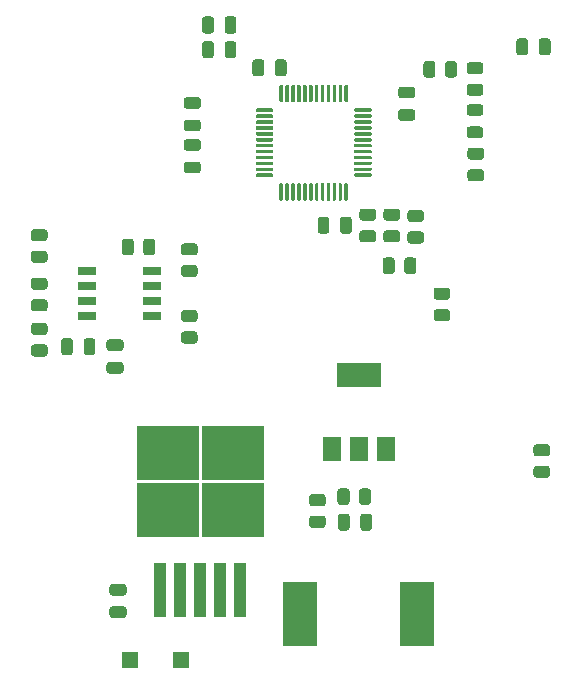
<source format=gbr>
%TF.GenerationSoftware,KiCad,Pcbnew,(5.1.12)-1*%
%TF.CreationDate,2022-08-10T11:31:23+05:30*%
%TF.ProjectId,AGV_SENSOR_PCB_2,4147565f-5345-44e5-934f-525f5043425f,rev?*%
%TF.SameCoordinates,Original*%
%TF.FileFunction,Paste,Top*%
%TF.FilePolarity,Positive*%
%FSLAX46Y46*%
G04 Gerber Fmt 4.6, Leading zero omitted, Abs format (unit mm)*
G04 Created by KiCad (PCBNEW (5.1.12)-1) date 2022-08-10 11:31:23*
%MOMM*%
%LPD*%
G01*
G04 APERTURE LIST*
%ADD10R,1.440000X1.480000*%
%ADD11R,1.525000X0.650000*%
%ADD12R,2.900000X5.400000*%
%ADD13R,1.100000X4.600000*%
%ADD14R,5.250000X4.550000*%
%ADD15R,3.800000X2.000000*%
%ADD16R,1.500000X2.000000*%
G04 APERTURE END LIST*
%TO.C,U1*%
G36*
G01*
X160200000Y-77589000D02*
X160200000Y-77439000D01*
G75*
G02*
X160275000Y-77364000I75000J0D01*
G01*
X161600000Y-77364000D01*
G75*
G02*
X161675000Y-77439000I0J-75000D01*
G01*
X161675000Y-77589000D01*
G75*
G02*
X161600000Y-77664000I-75000J0D01*
G01*
X160275000Y-77664000D01*
G75*
G02*
X160200000Y-77589000I0J75000D01*
G01*
G37*
G36*
G01*
X160200000Y-78089000D02*
X160200000Y-77939000D01*
G75*
G02*
X160275000Y-77864000I75000J0D01*
G01*
X161600000Y-77864000D01*
G75*
G02*
X161675000Y-77939000I0J-75000D01*
G01*
X161675000Y-78089000D01*
G75*
G02*
X161600000Y-78164000I-75000J0D01*
G01*
X160275000Y-78164000D01*
G75*
G02*
X160200000Y-78089000I0J75000D01*
G01*
G37*
G36*
G01*
X160200000Y-78589000D02*
X160200000Y-78439000D01*
G75*
G02*
X160275000Y-78364000I75000J0D01*
G01*
X161600000Y-78364000D01*
G75*
G02*
X161675000Y-78439000I0J-75000D01*
G01*
X161675000Y-78589000D01*
G75*
G02*
X161600000Y-78664000I-75000J0D01*
G01*
X160275000Y-78664000D01*
G75*
G02*
X160200000Y-78589000I0J75000D01*
G01*
G37*
G36*
G01*
X160200000Y-79089000D02*
X160200000Y-78939000D01*
G75*
G02*
X160275000Y-78864000I75000J0D01*
G01*
X161600000Y-78864000D01*
G75*
G02*
X161675000Y-78939000I0J-75000D01*
G01*
X161675000Y-79089000D01*
G75*
G02*
X161600000Y-79164000I-75000J0D01*
G01*
X160275000Y-79164000D01*
G75*
G02*
X160200000Y-79089000I0J75000D01*
G01*
G37*
G36*
G01*
X160200000Y-79589000D02*
X160200000Y-79439000D01*
G75*
G02*
X160275000Y-79364000I75000J0D01*
G01*
X161600000Y-79364000D01*
G75*
G02*
X161675000Y-79439000I0J-75000D01*
G01*
X161675000Y-79589000D01*
G75*
G02*
X161600000Y-79664000I-75000J0D01*
G01*
X160275000Y-79664000D01*
G75*
G02*
X160200000Y-79589000I0J75000D01*
G01*
G37*
G36*
G01*
X160200000Y-80089000D02*
X160200000Y-79939000D01*
G75*
G02*
X160275000Y-79864000I75000J0D01*
G01*
X161600000Y-79864000D01*
G75*
G02*
X161675000Y-79939000I0J-75000D01*
G01*
X161675000Y-80089000D01*
G75*
G02*
X161600000Y-80164000I-75000J0D01*
G01*
X160275000Y-80164000D01*
G75*
G02*
X160200000Y-80089000I0J75000D01*
G01*
G37*
G36*
G01*
X160200000Y-80589000D02*
X160200000Y-80439000D01*
G75*
G02*
X160275000Y-80364000I75000J0D01*
G01*
X161600000Y-80364000D01*
G75*
G02*
X161675000Y-80439000I0J-75000D01*
G01*
X161675000Y-80589000D01*
G75*
G02*
X161600000Y-80664000I-75000J0D01*
G01*
X160275000Y-80664000D01*
G75*
G02*
X160200000Y-80589000I0J75000D01*
G01*
G37*
G36*
G01*
X160200000Y-81089000D02*
X160200000Y-80939000D01*
G75*
G02*
X160275000Y-80864000I75000J0D01*
G01*
X161600000Y-80864000D01*
G75*
G02*
X161675000Y-80939000I0J-75000D01*
G01*
X161675000Y-81089000D01*
G75*
G02*
X161600000Y-81164000I-75000J0D01*
G01*
X160275000Y-81164000D01*
G75*
G02*
X160200000Y-81089000I0J75000D01*
G01*
G37*
G36*
G01*
X160200000Y-81589000D02*
X160200000Y-81439000D01*
G75*
G02*
X160275000Y-81364000I75000J0D01*
G01*
X161600000Y-81364000D01*
G75*
G02*
X161675000Y-81439000I0J-75000D01*
G01*
X161675000Y-81589000D01*
G75*
G02*
X161600000Y-81664000I-75000J0D01*
G01*
X160275000Y-81664000D01*
G75*
G02*
X160200000Y-81589000I0J75000D01*
G01*
G37*
G36*
G01*
X160200000Y-82089000D02*
X160200000Y-81939000D01*
G75*
G02*
X160275000Y-81864000I75000J0D01*
G01*
X161600000Y-81864000D01*
G75*
G02*
X161675000Y-81939000I0J-75000D01*
G01*
X161675000Y-82089000D01*
G75*
G02*
X161600000Y-82164000I-75000J0D01*
G01*
X160275000Y-82164000D01*
G75*
G02*
X160200000Y-82089000I0J75000D01*
G01*
G37*
G36*
G01*
X160200000Y-82589000D02*
X160200000Y-82439000D01*
G75*
G02*
X160275000Y-82364000I75000J0D01*
G01*
X161600000Y-82364000D01*
G75*
G02*
X161675000Y-82439000I0J-75000D01*
G01*
X161675000Y-82589000D01*
G75*
G02*
X161600000Y-82664000I-75000J0D01*
G01*
X160275000Y-82664000D01*
G75*
G02*
X160200000Y-82589000I0J75000D01*
G01*
G37*
G36*
G01*
X160200000Y-83089000D02*
X160200000Y-82939000D01*
G75*
G02*
X160275000Y-82864000I75000J0D01*
G01*
X161600000Y-82864000D01*
G75*
G02*
X161675000Y-82939000I0J-75000D01*
G01*
X161675000Y-83089000D01*
G75*
G02*
X161600000Y-83164000I-75000J0D01*
G01*
X160275000Y-83164000D01*
G75*
G02*
X160200000Y-83089000I0J75000D01*
G01*
G37*
G36*
G01*
X162200000Y-85089000D02*
X162200000Y-83764000D01*
G75*
G02*
X162275000Y-83689000I75000J0D01*
G01*
X162425000Y-83689000D01*
G75*
G02*
X162500000Y-83764000I0J-75000D01*
G01*
X162500000Y-85089000D01*
G75*
G02*
X162425000Y-85164000I-75000J0D01*
G01*
X162275000Y-85164000D01*
G75*
G02*
X162200000Y-85089000I0J75000D01*
G01*
G37*
G36*
G01*
X162700000Y-85089000D02*
X162700000Y-83764000D01*
G75*
G02*
X162775000Y-83689000I75000J0D01*
G01*
X162925000Y-83689000D01*
G75*
G02*
X163000000Y-83764000I0J-75000D01*
G01*
X163000000Y-85089000D01*
G75*
G02*
X162925000Y-85164000I-75000J0D01*
G01*
X162775000Y-85164000D01*
G75*
G02*
X162700000Y-85089000I0J75000D01*
G01*
G37*
G36*
G01*
X163200000Y-85089000D02*
X163200000Y-83764000D01*
G75*
G02*
X163275000Y-83689000I75000J0D01*
G01*
X163425000Y-83689000D01*
G75*
G02*
X163500000Y-83764000I0J-75000D01*
G01*
X163500000Y-85089000D01*
G75*
G02*
X163425000Y-85164000I-75000J0D01*
G01*
X163275000Y-85164000D01*
G75*
G02*
X163200000Y-85089000I0J75000D01*
G01*
G37*
G36*
G01*
X163700000Y-85089000D02*
X163700000Y-83764000D01*
G75*
G02*
X163775000Y-83689000I75000J0D01*
G01*
X163925000Y-83689000D01*
G75*
G02*
X164000000Y-83764000I0J-75000D01*
G01*
X164000000Y-85089000D01*
G75*
G02*
X163925000Y-85164000I-75000J0D01*
G01*
X163775000Y-85164000D01*
G75*
G02*
X163700000Y-85089000I0J75000D01*
G01*
G37*
G36*
G01*
X164200000Y-85089000D02*
X164200000Y-83764000D01*
G75*
G02*
X164275000Y-83689000I75000J0D01*
G01*
X164425000Y-83689000D01*
G75*
G02*
X164500000Y-83764000I0J-75000D01*
G01*
X164500000Y-85089000D01*
G75*
G02*
X164425000Y-85164000I-75000J0D01*
G01*
X164275000Y-85164000D01*
G75*
G02*
X164200000Y-85089000I0J75000D01*
G01*
G37*
G36*
G01*
X164700000Y-85089000D02*
X164700000Y-83764000D01*
G75*
G02*
X164775000Y-83689000I75000J0D01*
G01*
X164925000Y-83689000D01*
G75*
G02*
X165000000Y-83764000I0J-75000D01*
G01*
X165000000Y-85089000D01*
G75*
G02*
X164925000Y-85164000I-75000J0D01*
G01*
X164775000Y-85164000D01*
G75*
G02*
X164700000Y-85089000I0J75000D01*
G01*
G37*
G36*
G01*
X165200000Y-85089000D02*
X165200000Y-83764000D01*
G75*
G02*
X165275000Y-83689000I75000J0D01*
G01*
X165425000Y-83689000D01*
G75*
G02*
X165500000Y-83764000I0J-75000D01*
G01*
X165500000Y-85089000D01*
G75*
G02*
X165425000Y-85164000I-75000J0D01*
G01*
X165275000Y-85164000D01*
G75*
G02*
X165200000Y-85089000I0J75000D01*
G01*
G37*
G36*
G01*
X165700000Y-85089000D02*
X165700000Y-83764000D01*
G75*
G02*
X165775000Y-83689000I75000J0D01*
G01*
X165925000Y-83689000D01*
G75*
G02*
X166000000Y-83764000I0J-75000D01*
G01*
X166000000Y-85089000D01*
G75*
G02*
X165925000Y-85164000I-75000J0D01*
G01*
X165775000Y-85164000D01*
G75*
G02*
X165700000Y-85089000I0J75000D01*
G01*
G37*
G36*
G01*
X166200000Y-85089000D02*
X166200000Y-83764000D01*
G75*
G02*
X166275000Y-83689000I75000J0D01*
G01*
X166425000Y-83689000D01*
G75*
G02*
X166500000Y-83764000I0J-75000D01*
G01*
X166500000Y-85089000D01*
G75*
G02*
X166425000Y-85164000I-75000J0D01*
G01*
X166275000Y-85164000D01*
G75*
G02*
X166200000Y-85089000I0J75000D01*
G01*
G37*
G36*
G01*
X166700000Y-85089000D02*
X166700000Y-83764000D01*
G75*
G02*
X166775000Y-83689000I75000J0D01*
G01*
X166925000Y-83689000D01*
G75*
G02*
X167000000Y-83764000I0J-75000D01*
G01*
X167000000Y-85089000D01*
G75*
G02*
X166925000Y-85164000I-75000J0D01*
G01*
X166775000Y-85164000D01*
G75*
G02*
X166700000Y-85089000I0J75000D01*
G01*
G37*
G36*
G01*
X167200000Y-85089000D02*
X167200000Y-83764000D01*
G75*
G02*
X167275000Y-83689000I75000J0D01*
G01*
X167425000Y-83689000D01*
G75*
G02*
X167500000Y-83764000I0J-75000D01*
G01*
X167500000Y-85089000D01*
G75*
G02*
X167425000Y-85164000I-75000J0D01*
G01*
X167275000Y-85164000D01*
G75*
G02*
X167200000Y-85089000I0J75000D01*
G01*
G37*
G36*
G01*
X167700000Y-85089000D02*
X167700000Y-83764000D01*
G75*
G02*
X167775000Y-83689000I75000J0D01*
G01*
X167925000Y-83689000D01*
G75*
G02*
X168000000Y-83764000I0J-75000D01*
G01*
X168000000Y-85089000D01*
G75*
G02*
X167925000Y-85164000I-75000J0D01*
G01*
X167775000Y-85164000D01*
G75*
G02*
X167700000Y-85089000I0J75000D01*
G01*
G37*
G36*
G01*
X168525000Y-83089000D02*
X168525000Y-82939000D01*
G75*
G02*
X168600000Y-82864000I75000J0D01*
G01*
X169925000Y-82864000D01*
G75*
G02*
X170000000Y-82939000I0J-75000D01*
G01*
X170000000Y-83089000D01*
G75*
G02*
X169925000Y-83164000I-75000J0D01*
G01*
X168600000Y-83164000D01*
G75*
G02*
X168525000Y-83089000I0J75000D01*
G01*
G37*
G36*
G01*
X168525000Y-82589000D02*
X168525000Y-82439000D01*
G75*
G02*
X168600000Y-82364000I75000J0D01*
G01*
X169925000Y-82364000D01*
G75*
G02*
X170000000Y-82439000I0J-75000D01*
G01*
X170000000Y-82589000D01*
G75*
G02*
X169925000Y-82664000I-75000J0D01*
G01*
X168600000Y-82664000D01*
G75*
G02*
X168525000Y-82589000I0J75000D01*
G01*
G37*
G36*
G01*
X168525000Y-82089000D02*
X168525000Y-81939000D01*
G75*
G02*
X168600000Y-81864000I75000J0D01*
G01*
X169925000Y-81864000D01*
G75*
G02*
X170000000Y-81939000I0J-75000D01*
G01*
X170000000Y-82089000D01*
G75*
G02*
X169925000Y-82164000I-75000J0D01*
G01*
X168600000Y-82164000D01*
G75*
G02*
X168525000Y-82089000I0J75000D01*
G01*
G37*
G36*
G01*
X168525000Y-81589000D02*
X168525000Y-81439000D01*
G75*
G02*
X168600000Y-81364000I75000J0D01*
G01*
X169925000Y-81364000D01*
G75*
G02*
X170000000Y-81439000I0J-75000D01*
G01*
X170000000Y-81589000D01*
G75*
G02*
X169925000Y-81664000I-75000J0D01*
G01*
X168600000Y-81664000D01*
G75*
G02*
X168525000Y-81589000I0J75000D01*
G01*
G37*
G36*
G01*
X168525000Y-81089000D02*
X168525000Y-80939000D01*
G75*
G02*
X168600000Y-80864000I75000J0D01*
G01*
X169925000Y-80864000D01*
G75*
G02*
X170000000Y-80939000I0J-75000D01*
G01*
X170000000Y-81089000D01*
G75*
G02*
X169925000Y-81164000I-75000J0D01*
G01*
X168600000Y-81164000D01*
G75*
G02*
X168525000Y-81089000I0J75000D01*
G01*
G37*
G36*
G01*
X168525000Y-80589000D02*
X168525000Y-80439000D01*
G75*
G02*
X168600000Y-80364000I75000J0D01*
G01*
X169925000Y-80364000D01*
G75*
G02*
X170000000Y-80439000I0J-75000D01*
G01*
X170000000Y-80589000D01*
G75*
G02*
X169925000Y-80664000I-75000J0D01*
G01*
X168600000Y-80664000D01*
G75*
G02*
X168525000Y-80589000I0J75000D01*
G01*
G37*
G36*
G01*
X168525000Y-80089000D02*
X168525000Y-79939000D01*
G75*
G02*
X168600000Y-79864000I75000J0D01*
G01*
X169925000Y-79864000D01*
G75*
G02*
X170000000Y-79939000I0J-75000D01*
G01*
X170000000Y-80089000D01*
G75*
G02*
X169925000Y-80164000I-75000J0D01*
G01*
X168600000Y-80164000D01*
G75*
G02*
X168525000Y-80089000I0J75000D01*
G01*
G37*
G36*
G01*
X168525000Y-79589000D02*
X168525000Y-79439000D01*
G75*
G02*
X168600000Y-79364000I75000J0D01*
G01*
X169925000Y-79364000D01*
G75*
G02*
X170000000Y-79439000I0J-75000D01*
G01*
X170000000Y-79589000D01*
G75*
G02*
X169925000Y-79664000I-75000J0D01*
G01*
X168600000Y-79664000D01*
G75*
G02*
X168525000Y-79589000I0J75000D01*
G01*
G37*
G36*
G01*
X168525000Y-79089000D02*
X168525000Y-78939000D01*
G75*
G02*
X168600000Y-78864000I75000J0D01*
G01*
X169925000Y-78864000D01*
G75*
G02*
X170000000Y-78939000I0J-75000D01*
G01*
X170000000Y-79089000D01*
G75*
G02*
X169925000Y-79164000I-75000J0D01*
G01*
X168600000Y-79164000D01*
G75*
G02*
X168525000Y-79089000I0J75000D01*
G01*
G37*
G36*
G01*
X168525000Y-78589000D02*
X168525000Y-78439000D01*
G75*
G02*
X168600000Y-78364000I75000J0D01*
G01*
X169925000Y-78364000D01*
G75*
G02*
X170000000Y-78439000I0J-75000D01*
G01*
X170000000Y-78589000D01*
G75*
G02*
X169925000Y-78664000I-75000J0D01*
G01*
X168600000Y-78664000D01*
G75*
G02*
X168525000Y-78589000I0J75000D01*
G01*
G37*
G36*
G01*
X168525000Y-78089000D02*
X168525000Y-77939000D01*
G75*
G02*
X168600000Y-77864000I75000J0D01*
G01*
X169925000Y-77864000D01*
G75*
G02*
X170000000Y-77939000I0J-75000D01*
G01*
X170000000Y-78089000D01*
G75*
G02*
X169925000Y-78164000I-75000J0D01*
G01*
X168600000Y-78164000D01*
G75*
G02*
X168525000Y-78089000I0J75000D01*
G01*
G37*
G36*
G01*
X168525000Y-77589000D02*
X168525000Y-77439000D01*
G75*
G02*
X168600000Y-77364000I75000J0D01*
G01*
X169925000Y-77364000D01*
G75*
G02*
X170000000Y-77439000I0J-75000D01*
G01*
X170000000Y-77589000D01*
G75*
G02*
X169925000Y-77664000I-75000J0D01*
G01*
X168600000Y-77664000D01*
G75*
G02*
X168525000Y-77589000I0J75000D01*
G01*
G37*
G36*
G01*
X167700000Y-76764000D02*
X167700000Y-75439000D01*
G75*
G02*
X167775000Y-75364000I75000J0D01*
G01*
X167925000Y-75364000D01*
G75*
G02*
X168000000Y-75439000I0J-75000D01*
G01*
X168000000Y-76764000D01*
G75*
G02*
X167925000Y-76839000I-75000J0D01*
G01*
X167775000Y-76839000D01*
G75*
G02*
X167700000Y-76764000I0J75000D01*
G01*
G37*
G36*
G01*
X167200000Y-76764000D02*
X167200000Y-75439000D01*
G75*
G02*
X167275000Y-75364000I75000J0D01*
G01*
X167425000Y-75364000D01*
G75*
G02*
X167500000Y-75439000I0J-75000D01*
G01*
X167500000Y-76764000D01*
G75*
G02*
X167425000Y-76839000I-75000J0D01*
G01*
X167275000Y-76839000D01*
G75*
G02*
X167200000Y-76764000I0J75000D01*
G01*
G37*
G36*
G01*
X166700000Y-76764000D02*
X166700000Y-75439000D01*
G75*
G02*
X166775000Y-75364000I75000J0D01*
G01*
X166925000Y-75364000D01*
G75*
G02*
X167000000Y-75439000I0J-75000D01*
G01*
X167000000Y-76764000D01*
G75*
G02*
X166925000Y-76839000I-75000J0D01*
G01*
X166775000Y-76839000D01*
G75*
G02*
X166700000Y-76764000I0J75000D01*
G01*
G37*
G36*
G01*
X166200000Y-76764000D02*
X166200000Y-75439000D01*
G75*
G02*
X166275000Y-75364000I75000J0D01*
G01*
X166425000Y-75364000D01*
G75*
G02*
X166500000Y-75439000I0J-75000D01*
G01*
X166500000Y-76764000D01*
G75*
G02*
X166425000Y-76839000I-75000J0D01*
G01*
X166275000Y-76839000D01*
G75*
G02*
X166200000Y-76764000I0J75000D01*
G01*
G37*
G36*
G01*
X165700000Y-76764000D02*
X165700000Y-75439000D01*
G75*
G02*
X165775000Y-75364000I75000J0D01*
G01*
X165925000Y-75364000D01*
G75*
G02*
X166000000Y-75439000I0J-75000D01*
G01*
X166000000Y-76764000D01*
G75*
G02*
X165925000Y-76839000I-75000J0D01*
G01*
X165775000Y-76839000D01*
G75*
G02*
X165700000Y-76764000I0J75000D01*
G01*
G37*
G36*
G01*
X165200000Y-76764000D02*
X165200000Y-75439000D01*
G75*
G02*
X165275000Y-75364000I75000J0D01*
G01*
X165425000Y-75364000D01*
G75*
G02*
X165500000Y-75439000I0J-75000D01*
G01*
X165500000Y-76764000D01*
G75*
G02*
X165425000Y-76839000I-75000J0D01*
G01*
X165275000Y-76839000D01*
G75*
G02*
X165200000Y-76764000I0J75000D01*
G01*
G37*
G36*
G01*
X164700000Y-76764000D02*
X164700000Y-75439000D01*
G75*
G02*
X164775000Y-75364000I75000J0D01*
G01*
X164925000Y-75364000D01*
G75*
G02*
X165000000Y-75439000I0J-75000D01*
G01*
X165000000Y-76764000D01*
G75*
G02*
X164925000Y-76839000I-75000J0D01*
G01*
X164775000Y-76839000D01*
G75*
G02*
X164700000Y-76764000I0J75000D01*
G01*
G37*
G36*
G01*
X164200000Y-76764000D02*
X164200000Y-75439000D01*
G75*
G02*
X164275000Y-75364000I75000J0D01*
G01*
X164425000Y-75364000D01*
G75*
G02*
X164500000Y-75439000I0J-75000D01*
G01*
X164500000Y-76764000D01*
G75*
G02*
X164425000Y-76839000I-75000J0D01*
G01*
X164275000Y-76839000D01*
G75*
G02*
X164200000Y-76764000I0J75000D01*
G01*
G37*
G36*
G01*
X163700000Y-76764000D02*
X163700000Y-75439000D01*
G75*
G02*
X163775000Y-75364000I75000J0D01*
G01*
X163925000Y-75364000D01*
G75*
G02*
X164000000Y-75439000I0J-75000D01*
G01*
X164000000Y-76764000D01*
G75*
G02*
X163925000Y-76839000I-75000J0D01*
G01*
X163775000Y-76839000D01*
G75*
G02*
X163700000Y-76764000I0J75000D01*
G01*
G37*
G36*
G01*
X163200000Y-76764000D02*
X163200000Y-75439000D01*
G75*
G02*
X163275000Y-75364000I75000J0D01*
G01*
X163425000Y-75364000D01*
G75*
G02*
X163500000Y-75439000I0J-75000D01*
G01*
X163500000Y-76764000D01*
G75*
G02*
X163425000Y-76839000I-75000J0D01*
G01*
X163275000Y-76839000D01*
G75*
G02*
X163200000Y-76764000I0J75000D01*
G01*
G37*
G36*
G01*
X162700000Y-76764000D02*
X162700000Y-75439000D01*
G75*
G02*
X162775000Y-75364000I75000J0D01*
G01*
X162925000Y-75364000D01*
G75*
G02*
X163000000Y-75439000I0J-75000D01*
G01*
X163000000Y-76764000D01*
G75*
G02*
X162925000Y-76839000I-75000J0D01*
G01*
X162775000Y-76839000D01*
G75*
G02*
X162700000Y-76764000I0J75000D01*
G01*
G37*
G36*
G01*
X162200000Y-76764000D02*
X162200000Y-75439000D01*
G75*
G02*
X162275000Y-75364000I75000J0D01*
G01*
X162425000Y-75364000D01*
G75*
G02*
X162500000Y-75439000I0J-75000D01*
G01*
X162500000Y-76764000D01*
G75*
G02*
X162425000Y-76839000I-75000J0D01*
G01*
X162275000Y-76839000D01*
G75*
G02*
X162200000Y-76764000I0J75000D01*
G01*
G37*
%TD*%
%TO.C,C1*%
G36*
G01*
X154338000Y-76401000D02*
X155288000Y-76401000D01*
G75*
G02*
X155538000Y-76651000I0J-250000D01*
G01*
X155538000Y-77151000D01*
G75*
G02*
X155288000Y-77401000I-250000J0D01*
G01*
X154338000Y-77401000D01*
G75*
G02*
X154088000Y-77151000I0J250000D01*
G01*
X154088000Y-76651000D01*
G75*
G02*
X154338000Y-76401000I250000J0D01*
G01*
G37*
G36*
G01*
X154338000Y-78301000D02*
X155288000Y-78301000D01*
G75*
G02*
X155538000Y-78551000I0J-250000D01*
G01*
X155538000Y-79051000D01*
G75*
G02*
X155288000Y-79301000I-250000J0D01*
G01*
X154338000Y-79301000D01*
G75*
G02*
X154088000Y-79051000I0J250000D01*
G01*
X154088000Y-78551000D01*
G75*
G02*
X154338000Y-78301000I250000J0D01*
G01*
G37*
%TD*%
%TO.C,C2*%
G36*
G01*
X155288000Y-80957000D02*
X154338000Y-80957000D01*
G75*
G02*
X154088000Y-80707000I0J250000D01*
G01*
X154088000Y-80207000D01*
G75*
G02*
X154338000Y-79957000I250000J0D01*
G01*
X155288000Y-79957000D01*
G75*
G02*
X155538000Y-80207000I0J-250000D01*
G01*
X155538000Y-80707000D01*
G75*
G02*
X155288000Y-80957000I-250000J0D01*
G01*
G37*
G36*
G01*
X155288000Y-82857000D02*
X154338000Y-82857000D01*
G75*
G02*
X154088000Y-82607000I0J250000D01*
G01*
X154088000Y-82107000D01*
G75*
G02*
X154338000Y-81857000I250000J0D01*
G01*
X155288000Y-81857000D01*
G75*
G02*
X155538000Y-82107000I0J-250000D01*
G01*
X155538000Y-82607000D01*
G75*
G02*
X155288000Y-82857000I-250000J0D01*
G01*
G37*
%TD*%
%TO.C,C3*%
G36*
G01*
X155646500Y-72865000D02*
X155646500Y-71915000D01*
G75*
G02*
X155896500Y-71665000I250000J0D01*
G01*
X156396500Y-71665000D01*
G75*
G02*
X156646500Y-71915000I0J-250000D01*
G01*
X156646500Y-72865000D01*
G75*
G02*
X156396500Y-73115000I-250000J0D01*
G01*
X155896500Y-73115000D01*
G75*
G02*
X155646500Y-72865000I0J250000D01*
G01*
G37*
G36*
G01*
X157546500Y-72865000D02*
X157546500Y-71915000D01*
G75*
G02*
X157796500Y-71665000I250000J0D01*
G01*
X158296500Y-71665000D01*
G75*
G02*
X158546500Y-71915000I0J-250000D01*
G01*
X158546500Y-72865000D01*
G75*
G02*
X158296500Y-73115000I-250000J0D01*
G01*
X157796500Y-73115000D01*
G75*
G02*
X157546500Y-72865000I0J250000D01*
G01*
G37*
%TD*%
%TO.C,C4*%
G36*
G01*
X162806000Y-73439000D02*
X162806000Y-74389000D01*
G75*
G02*
X162556000Y-74639000I-250000J0D01*
G01*
X162056000Y-74639000D01*
G75*
G02*
X161806000Y-74389000I0J250000D01*
G01*
X161806000Y-73439000D01*
G75*
G02*
X162056000Y-73189000I250000J0D01*
G01*
X162556000Y-73189000D01*
G75*
G02*
X162806000Y-73439000I0J-250000D01*
G01*
G37*
G36*
G01*
X160906000Y-73439000D02*
X160906000Y-74389000D01*
G75*
G02*
X160656000Y-74639000I-250000J0D01*
G01*
X160156000Y-74639000D01*
G75*
G02*
X159906000Y-74389000I0J250000D01*
G01*
X159906000Y-73439000D01*
G75*
G02*
X160156000Y-73189000I250000J0D01*
G01*
X160656000Y-73189000D01*
G75*
G02*
X160906000Y-73439000I0J-250000D01*
G01*
G37*
%TD*%
%TO.C,C5*%
G36*
G01*
X166425500Y-86774000D02*
X166425500Y-87724000D01*
G75*
G02*
X166175500Y-87974000I-250000J0D01*
G01*
X165675500Y-87974000D01*
G75*
G02*
X165425500Y-87724000I0J250000D01*
G01*
X165425500Y-86774000D01*
G75*
G02*
X165675500Y-86524000I250000J0D01*
G01*
X166175500Y-86524000D01*
G75*
G02*
X166425500Y-86774000I0J-250000D01*
G01*
G37*
G36*
G01*
X168325500Y-86774000D02*
X168325500Y-87724000D01*
G75*
G02*
X168075500Y-87974000I-250000J0D01*
G01*
X167575500Y-87974000D01*
G75*
G02*
X167325500Y-87724000I0J250000D01*
G01*
X167325500Y-86774000D01*
G75*
G02*
X167575500Y-86524000I250000J0D01*
G01*
X168075500Y-86524000D01*
G75*
G02*
X168325500Y-86774000I0J-250000D01*
G01*
G37*
%TD*%
%TO.C,C6*%
G36*
G01*
X172499000Y-75512000D02*
X173449000Y-75512000D01*
G75*
G02*
X173699000Y-75762000I0J-250000D01*
G01*
X173699000Y-76262000D01*
G75*
G02*
X173449000Y-76512000I-250000J0D01*
G01*
X172499000Y-76512000D01*
G75*
G02*
X172249000Y-76262000I0J250000D01*
G01*
X172249000Y-75762000D01*
G75*
G02*
X172499000Y-75512000I250000J0D01*
G01*
G37*
G36*
G01*
X172499000Y-77412000D02*
X173449000Y-77412000D01*
G75*
G02*
X173699000Y-77662000I0J-250000D01*
G01*
X173699000Y-78162000D01*
G75*
G02*
X173449000Y-78412000I-250000J0D01*
G01*
X172499000Y-78412000D01*
G75*
G02*
X172249000Y-78162000I0J250000D01*
G01*
X172249000Y-77662000D01*
G75*
G02*
X172499000Y-77412000I250000J0D01*
G01*
G37*
%TD*%
%TO.C,C7*%
G36*
G01*
X184153000Y-72611000D02*
X184153000Y-71661000D01*
G75*
G02*
X184403000Y-71411000I250000J0D01*
G01*
X184903000Y-71411000D01*
G75*
G02*
X185153000Y-71661000I0J-250000D01*
G01*
X185153000Y-72611000D01*
G75*
G02*
X184903000Y-72861000I-250000J0D01*
G01*
X184403000Y-72861000D01*
G75*
G02*
X184153000Y-72611000I0J250000D01*
G01*
G37*
G36*
G01*
X182253000Y-72611000D02*
X182253000Y-71661000D01*
G75*
G02*
X182503000Y-71411000I250000J0D01*
G01*
X183003000Y-71411000D01*
G75*
G02*
X183253000Y-71661000I0J-250000D01*
G01*
X183253000Y-72611000D01*
G75*
G02*
X183003000Y-72861000I-250000J0D01*
G01*
X182503000Y-72861000D01*
G75*
G02*
X182253000Y-72611000I0J250000D01*
G01*
G37*
%TD*%
%TO.C,C8*%
G36*
G01*
X157549000Y-70769500D02*
X157549000Y-69819500D01*
G75*
G02*
X157799000Y-69569500I250000J0D01*
G01*
X158299000Y-69569500D01*
G75*
G02*
X158549000Y-69819500I0J-250000D01*
G01*
X158549000Y-70769500D01*
G75*
G02*
X158299000Y-71019500I-250000J0D01*
G01*
X157799000Y-71019500D01*
G75*
G02*
X157549000Y-70769500I0J250000D01*
G01*
G37*
G36*
G01*
X155649000Y-70769500D02*
X155649000Y-69819500D01*
G75*
G02*
X155899000Y-69569500I250000J0D01*
G01*
X156399000Y-69569500D01*
G75*
G02*
X156649000Y-69819500I0J-250000D01*
G01*
X156649000Y-70769500D01*
G75*
G02*
X156399000Y-71019500I-250000J0D01*
G01*
X155899000Y-71019500D01*
G75*
G02*
X155649000Y-70769500I0J250000D01*
G01*
G37*
%TD*%
%TO.C,C9*%
G36*
G01*
X169040000Y-112870000D02*
X169040000Y-111920000D01*
G75*
G02*
X169290000Y-111670000I250000J0D01*
G01*
X169790000Y-111670000D01*
G75*
G02*
X170040000Y-111920000I0J-250000D01*
G01*
X170040000Y-112870000D01*
G75*
G02*
X169790000Y-113120000I-250000J0D01*
G01*
X169290000Y-113120000D01*
G75*
G02*
X169040000Y-112870000I0J250000D01*
G01*
G37*
G36*
G01*
X167140000Y-112870000D02*
X167140000Y-111920000D01*
G75*
G02*
X167390000Y-111670000I250000J0D01*
G01*
X167890000Y-111670000D01*
G75*
G02*
X168140000Y-111920000I0J-250000D01*
G01*
X168140000Y-112870000D01*
G75*
G02*
X167890000Y-113120000I-250000J0D01*
G01*
X167390000Y-113120000D01*
G75*
G02*
X167140000Y-112870000I0J250000D01*
G01*
G37*
%TD*%
%TO.C,C11*%
G36*
G01*
X148051500Y-119515000D02*
X149001500Y-119515000D01*
G75*
G02*
X149251500Y-119765000I0J-250000D01*
G01*
X149251500Y-120265000D01*
G75*
G02*
X149001500Y-120515000I-250000J0D01*
G01*
X148051500Y-120515000D01*
G75*
G02*
X147801500Y-120265000I0J250000D01*
G01*
X147801500Y-119765000D01*
G75*
G02*
X148051500Y-119515000I250000J0D01*
G01*
G37*
G36*
G01*
X148051500Y-117615000D02*
X149001500Y-117615000D01*
G75*
G02*
X149251500Y-117865000I0J-250000D01*
G01*
X149251500Y-118365000D01*
G75*
G02*
X149001500Y-118615000I-250000J0D01*
G01*
X148051500Y-118615000D01*
G75*
G02*
X147801500Y-118365000I0J250000D01*
G01*
X147801500Y-117865000D01*
G75*
G02*
X148051500Y-117615000I250000J0D01*
G01*
G37*
%TD*%
%TO.C,C14*%
G36*
G01*
X146608500Y-97061000D02*
X146608500Y-98011000D01*
G75*
G02*
X146358500Y-98261000I-250000J0D01*
G01*
X145858500Y-98261000D01*
G75*
G02*
X145608500Y-98011000I0J250000D01*
G01*
X145608500Y-97061000D01*
G75*
G02*
X145858500Y-96811000I250000J0D01*
G01*
X146358500Y-96811000D01*
G75*
G02*
X146608500Y-97061000I0J-250000D01*
G01*
G37*
G36*
G01*
X144708500Y-97061000D02*
X144708500Y-98011000D01*
G75*
G02*
X144458500Y-98261000I-250000J0D01*
G01*
X143958500Y-98261000D01*
G75*
G02*
X143708500Y-98011000I0J250000D01*
G01*
X143708500Y-97061000D01*
G75*
G02*
X143958500Y-96811000I250000J0D01*
G01*
X144458500Y-96811000D01*
G75*
G02*
X144708500Y-97061000I0J-250000D01*
G01*
G37*
%TD*%
%TO.C,C15*%
G36*
G01*
X147797500Y-96914000D02*
X148747500Y-96914000D01*
G75*
G02*
X148997500Y-97164000I0J-250000D01*
G01*
X148997500Y-97664000D01*
G75*
G02*
X148747500Y-97914000I-250000J0D01*
G01*
X147797500Y-97914000D01*
G75*
G02*
X147547500Y-97664000I0J250000D01*
G01*
X147547500Y-97164000D01*
G75*
G02*
X147797500Y-96914000I250000J0D01*
G01*
G37*
G36*
G01*
X147797500Y-98814000D02*
X148747500Y-98814000D01*
G75*
G02*
X148997500Y-99064000I0J-250000D01*
G01*
X148997500Y-99564000D01*
G75*
G02*
X148747500Y-99814000I-250000J0D01*
G01*
X147797500Y-99814000D01*
G75*
G02*
X147547500Y-99564000I0J250000D01*
G01*
X147547500Y-99064000D01*
G75*
G02*
X147797500Y-98814000I250000J0D01*
G01*
G37*
%TD*%
D10*
%TO.C,D1*%
X149549200Y-124053600D03*
X153879200Y-124053600D03*
%TD*%
%TO.C,D2*%
G36*
G01*
X179208750Y-79862500D02*
X178296250Y-79862500D01*
G75*
G02*
X178052500Y-79618750I0J243750D01*
G01*
X178052500Y-79131250D01*
G75*
G02*
X178296250Y-78887500I243750J0D01*
G01*
X179208750Y-78887500D01*
G75*
G02*
X179452500Y-79131250I0J-243750D01*
G01*
X179452500Y-79618750D01*
G75*
G02*
X179208750Y-79862500I-243750J0D01*
G01*
G37*
G36*
G01*
X179208750Y-77987500D02*
X178296250Y-77987500D01*
G75*
G02*
X178052500Y-77743750I0J243750D01*
G01*
X178052500Y-77256250D01*
G75*
G02*
X178296250Y-77012500I243750J0D01*
G01*
X179208750Y-77012500D01*
G75*
G02*
X179452500Y-77256250I0J-243750D01*
G01*
X179452500Y-77743750D01*
G75*
G02*
X179208750Y-77987500I-243750J0D01*
G01*
G37*
%TD*%
D11*
%TO.C,IC1*%
X151365500Y-94932500D03*
X151365500Y-93662500D03*
X151365500Y-92392500D03*
X151365500Y-91122500D03*
X145941500Y-91122500D03*
X145941500Y-92392500D03*
X145941500Y-93662500D03*
X145941500Y-94932500D03*
%TD*%
D12*
%TO.C,L1*%
X163960000Y-120205500D03*
X173860000Y-120205500D03*
%TD*%
%TO.C,R1*%
G36*
G01*
X179266001Y-81705500D02*
X178365999Y-81705500D01*
G75*
G02*
X178116000Y-81455501I0J249999D01*
G01*
X178116000Y-80930499D01*
G75*
G02*
X178365999Y-80680500I249999J0D01*
G01*
X179266001Y-80680500D01*
G75*
G02*
X179516000Y-80930499I0J-249999D01*
G01*
X179516000Y-81455501D01*
G75*
G02*
X179266001Y-81705500I-249999J0D01*
G01*
G37*
G36*
G01*
X179266001Y-83530500D02*
X178365999Y-83530500D01*
G75*
G02*
X178116000Y-83280501I0J249999D01*
G01*
X178116000Y-82755499D01*
G75*
G02*
X178365999Y-82505500I249999J0D01*
G01*
X179266001Y-82505500D01*
G75*
G02*
X179516000Y-82755499I0J-249999D01*
G01*
X179516000Y-83280501D01*
G75*
G02*
X179266001Y-83530500I-249999J0D01*
G01*
G37*
%TD*%
%TO.C,R2*%
G36*
G01*
X168129000Y-109785999D02*
X168129000Y-110686001D01*
G75*
G02*
X167879001Y-110936000I-249999J0D01*
G01*
X167353999Y-110936000D01*
G75*
G02*
X167104000Y-110686001I0J249999D01*
G01*
X167104000Y-109785999D01*
G75*
G02*
X167353999Y-109536000I249999J0D01*
G01*
X167879001Y-109536000D01*
G75*
G02*
X168129000Y-109785999I0J-249999D01*
G01*
G37*
G36*
G01*
X169954000Y-109785999D02*
X169954000Y-110686001D01*
G75*
G02*
X169704001Y-110936000I-249999J0D01*
G01*
X169178999Y-110936000D01*
G75*
G02*
X168929000Y-110686001I0J249999D01*
G01*
X168929000Y-109785999D01*
G75*
G02*
X169178999Y-109536000I249999J0D01*
G01*
X169704001Y-109536000D01*
G75*
G02*
X169954000Y-109785999I0J-249999D01*
G01*
G37*
%TD*%
%TO.C,R3*%
G36*
G01*
X154108999Y-90610000D02*
X155009001Y-90610000D01*
G75*
G02*
X155259000Y-90859999I0J-249999D01*
G01*
X155259000Y-91385001D01*
G75*
G02*
X155009001Y-91635000I-249999J0D01*
G01*
X154108999Y-91635000D01*
G75*
G02*
X153859000Y-91385001I0J249999D01*
G01*
X153859000Y-90859999D01*
G75*
G02*
X154108999Y-90610000I249999J0D01*
G01*
G37*
G36*
G01*
X154108999Y-88785000D02*
X155009001Y-88785000D01*
G75*
G02*
X155259000Y-89034999I0J-249999D01*
G01*
X155259000Y-89560001D01*
G75*
G02*
X155009001Y-89810000I-249999J0D01*
G01*
X154108999Y-89810000D01*
G75*
G02*
X153859000Y-89560001I0J249999D01*
G01*
X153859000Y-89034999D01*
G75*
G02*
X154108999Y-88785000I249999J0D01*
G01*
G37*
%TD*%
%TO.C,R4*%
G36*
G01*
X151689500Y-88640499D02*
X151689500Y-89540501D01*
G75*
G02*
X151439501Y-89790500I-249999J0D01*
G01*
X150914499Y-89790500D01*
G75*
G02*
X150664500Y-89540501I0J249999D01*
G01*
X150664500Y-88640499D01*
G75*
G02*
X150914499Y-88390500I249999J0D01*
G01*
X151439501Y-88390500D01*
G75*
G02*
X151689500Y-88640499I0J-249999D01*
G01*
G37*
G36*
G01*
X149864500Y-88640499D02*
X149864500Y-89540501D01*
G75*
G02*
X149614501Y-89790500I-249999J0D01*
G01*
X149089499Y-89790500D01*
G75*
G02*
X148839500Y-89540501I0J249999D01*
G01*
X148839500Y-88640499D01*
G75*
G02*
X149089499Y-88390500I249999J0D01*
G01*
X149614501Y-88390500D01*
G75*
G02*
X149864500Y-88640499I0J-249999D01*
G01*
G37*
%TD*%
%TO.C,R5*%
G36*
G01*
X155009001Y-97270000D02*
X154108999Y-97270000D01*
G75*
G02*
X153859000Y-97020001I0J249999D01*
G01*
X153859000Y-96494999D01*
G75*
G02*
X154108999Y-96245000I249999J0D01*
G01*
X155009001Y-96245000D01*
G75*
G02*
X155259000Y-96494999I0J-249999D01*
G01*
X155259000Y-97020001D01*
G75*
G02*
X155009001Y-97270000I-249999J0D01*
G01*
G37*
G36*
G01*
X155009001Y-95445000D02*
X154108999Y-95445000D01*
G75*
G02*
X153859000Y-95195001I0J249999D01*
G01*
X153859000Y-94669999D01*
G75*
G02*
X154108999Y-94420000I249999J0D01*
G01*
X155009001Y-94420000D01*
G75*
G02*
X155259000Y-94669999I0J-249999D01*
G01*
X155259000Y-95195001D01*
G75*
G02*
X155009001Y-95445000I-249999J0D01*
G01*
G37*
%TD*%
%TO.C,R6*%
G36*
G01*
X141408999Y-89403500D02*
X142309001Y-89403500D01*
G75*
G02*
X142559000Y-89653499I0J-249999D01*
G01*
X142559000Y-90178501D01*
G75*
G02*
X142309001Y-90428500I-249999J0D01*
G01*
X141408999Y-90428500D01*
G75*
G02*
X141159000Y-90178501I0J249999D01*
G01*
X141159000Y-89653499D01*
G75*
G02*
X141408999Y-89403500I249999J0D01*
G01*
G37*
G36*
G01*
X141408999Y-87578500D02*
X142309001Y-87578500D01*
G75*
G02*
X142559000Y-87828499I0J-249999D01*
G01*
X142559000Y-88353501D01*
G75*
G02*
X142309001Y-88603500I-249999J0D01*
G01*
X141408999Y-88603500D01*
G75*
G02*
X141159000Y-88353501I0J249999D01*
G01*
X141159000Y-87828499D01*
G75*
G02*
X141408999Y-87578500I249999J0D01*
G01*
G37*
%TD*%
%TO.C,R7*%
G36*
G01*
X183953999Y-107611500D02*
X184854001Y-107611500D01*
G75*
G02*
X185104000Y-107861499I0J-249999D01*
G01*
X185104000Y-108386501D01*
G75*
G02*
X184854001Y-108636500I-249999J0D01*
G01*
X183953999Y-108636500D01*
G75*
G02*
X183704000Y-108386501I0J249999D01*
G01*
X183704000Y-107861499D01*
G75*
G02*
X183953999Y-107611500I249999J0D01*
G01*
G37*
G36*
G01*
X183953999Y-105786500D02*
X184854001Y-105786500D01*
G75*
G02*
X185104000Y-106036499I0J-249999D01*
G01*
X185104000Y-106561501D01*
G75*
G02*
X184854001Y-106811500I-249999J0D01*
G01*
X183953999Y-106811500D01*
G75*
G02*
X183704000Y-106561501I0J249999D01*
G01*
X183704000Y-106036499D01*
G75*
G02*
X183953999Y-105786500I249999J0D01*
G01*
G37*
%TD*%
%TO.C,R8*%
G36*
G01*
X164967499Y-110017500D02*
X165867501Y-110017500D01*
G75*
G02*
X166117500Y-110267499I0J-249999D01*
G01*
X166117500Y-110792501D01*
G75*
G02*
X165867501Y-111042500I-249999J0D01*
G01*
X164967499Y-111042500D01*
G75*
G02*
X164717500Y-110792501I0J249999D01*
G01*
X164717500Y-110267499D01*
G75*
G02*
X164967499Y-110017500I249999J0D01*
G01*
G37*
G36*
G01*
X164967499Y-111842500D02*
X165867501Y-111842500D01*
G75*
G02*
X166117500Y-112092499I0J-249999D01*
G01*
X166117500Y-112617501D01*
G75*
G02*
X165867501Y-112867500I-249999J0D01*
G01*
X164967499Y-112867500D01*
G75*
G02*
X164717500Y-112617501I0J249999D01*
G01*
X164717500Y-112092499D01*
G75*
G02*
X164967499Y-111842500I249999J0D01*
G01*
G37*
%TD*%
%TO.C,R9*%
G36*
G01*
X142309001Y-94539500D02*
X141408999Y-94539500D01*
G75*
G02*
X141159000Y-94289501I0J249999D01*
G01*
X141159000Y-93764499D01*
G75*
G02*
X141408999Y-93514500I249999J0D01*
G01*
X142309001Y-93514500D01*
G75*
G02*
X142559000Y-93764499I0J-249999D01*
G01*
X142559000Y-94289501D01*
G75*
G02*
X142309001Y-94539500I-249999J0D01*
G01*
G37*
G36*
G01*
X142309001Y-92714500D02*
X141408999Y-92714500D01*
G75*
G02*
X141159000Y-92464501I0J249999D01*
G01*
X141159000Y-91939499D01*
G75*
G02*
X141408999Y-91689500I249999J0D01*
G01*
X142309001Y-91689500D01*
G75*
G02*
X142559000Y-91939499I0J-249999D01*
G01*
X142559000Y-92464501D01*
G75*
G02*
X142309001Y-92714500I-249999J0D01*
G01*
G37*
%TD*%
%TO.C,R10*%
G36*
G01*
X141408999Y-95516000D02*
X142309001Y-95516000D01*
G75*
G02*
X142559000Y-95765999I0J-249999D01*
G01*
X142559000Y-96291001D01*
G75*
G02*
X142309001Y-96541000I-249999J0D01*
G01*
X141408999Y-96541000D01*
G75*
G02*
X141159000Y-96291001I0J249999D01*
G01*
X141159000Y-95765999D01*
G75*
G02*
X141408999Y-95516000I249999J0D01*
G01*
G37*
G36*
G01*
X141408999Y-97341000D02*
X142309001Y-97341000D01*
G75*
G02*
X142559000Y-97590999I0J-249999D01*
G01*
X142559000Y-98116001D01*
G75*
G02*
X142309001Y-98366000I-249999J0D01*
G01*
X141408999Y-98366000D01*
G75*
G02*
X141159000Y-98116001I0J249999D01*
G01*
X141159000Y-97590999D01*
G75*
G02*
X141408999Y-97341000I249999J0D01*
G01*
G37*
%TD*%
%TO.C,R11*%
G36*
G01*
X175495799Y-92529600D02*
X176395801Y-92529600D01*
G75*
G02*
X176645800Y-92779599I0J-249999D01*
G01*
X176645800Y-93304601D01*
G75*
G02*
X176395801Y-93554600I-249999J0D01*
G01*
X175495799Y-93554600D01*
G75*
G02*
X175245800Y-93304601I0J249999D01*
G01*
X175245800Y-92779599D01*
G75*
G02*
X175495799Y-92529600I249999J0D01*
G01*
G37*
G36*
G01*
X175495799Y-94354600D02*
X176395801Y-94354600D01*
G75*
G02*
X176645800Y-94604599I0J-249999D01*
G01*
X176645800Y-95129601D01*
G75*
G02*
X176395801Y-95379600I-249999J0D01*
G01*
X175495799Y-95379600D01*
G75*
G02*
X175245800Y-95129601I0J249999D01*
G01*
X175245800Y-94604599D01*
G75*
G02*
X175495799Y-94354600I249999J0D01*
G01*
G37*
%TD*%
%TO.C,R12*%
G36*
G01*
X179202501Y-76291500D02*
X178302499Y-76291500D01*
G75*
G02*
X178052500Y-76041501I0J249999D01*
G01*
X178052500Y-75516499D01*
G75*
G02*
X178302499Y-75266500I249999J0D01*
G01*
X179202501Y-75266500D01*
G75*
G02*
X179452500Y-75516499I0J-249999D01*
G01*
X179452500Y-76041501D01*
G75*
G02*
X179202501Y-76291500I-249999J0D01*
G01*
G37*
G36*
G01*
X179202501Y-74466500D02*
X178302499Y-74466500D01*
G75*
G02*
X178052500Y-74216501I0J249999D01*
G01*
X178052500Y-73691499D01*
G75*
G02*
X178302499Y-73441500I249999J0D01*
G01*
X179202501Y-73441500D01*
G75*
G02*
X179452500Y-73691499I0J-249999D01*
G01*
X179452500Y-74216501D01*
G75*
G02*
X179202501Y-74466500I-249999J0D01*
G01*
G37*
%TD*%
%TO.C,R13*%
G36*
G01*
X176208000Y-74491001D02*
X176208000Y-73590999D01*
G75*
G02*
X176457999Y-73341000I249999J0D01*
G01*
X176983001Y-73341000D01*
G75*
G02*
X177233000Y-73590999I0J-249999D01*
G01*
X177233000Y-74491001D01*
G75*
G02*
X176983001Y-74741000I-249999J0D01*
G01*
X176457999Y-74741000D01*
G75*
G02*
X176208000Y-74491001I0J249999D01*
G01*
G37*
G36*
G01*
X174383000Y-74491001D02*
X174383000Y-73590999D01*
G75*
G02*
X174632999Y-73341000I249999J0D01*
G01*
X175158001Y-73341000D01*
G75*
G02*
X175408000Y-73590999I0J-249999D01*
G01*
X175408000Y-74491001D01*
G75*
G02*
X175158001Y-74741000I-249999J0D01*
G01*
X174632999Y-74741000D01*
G75*
G02*
X174383000Y-74491001I0J249999D01*
G01*
G37*
%TD*%
D13*
%TO.C,U2*%
X152097000Y-118110000D03*
X153797000Y-118110000D03*
X155497000Y-118110000D03*
X157197000Y-118110000D03*
X158897000Y-118110000D03*
D14*
X158272000Y-106535000D03*
X152722000Y-111385000D03*
X152722000Y-106535000D03*
X158272000Y-111385000D03*
%TD*%
D15*
%TO.C,U3*%
X168959500Y-99935500D03*
D16*
X168959500Y-106235500D03*
X171259500Y-106235500D03*
X166659500Y-106235500D03*
%TD*%
%TO.C,R14*%
G36*
G01*
X170122001Y-88697500D02*
X169221999Y-88697500D01*
G75*
G02*
X168972000Y-88447501I0J249999D01*
G01*
X168972000Y-87922499D01*
G75*
G02*
X169221999Y-87672500I249999J0D01*
G01*
X170122001Y-87672500D01*
G75*
G02*
X170372000Y-87922499I0J-249999D01*
G01*
X170372000Y-88447501D01*
G75*
G02*
X170122001Y-88697500I-249999J0D01*
G01*
G37*
G36*
G01*
X170122001Y-86872500D02*
X169221999Y-86872500D01*
G75*
G02*
X168972000Y-86622501I0J249999D01*
G01*
X168972000Y-86097499D01*
G75*
G02*
X169221999Y-85847500I249999J0D01*
G01*
X170122001Y-85847500D01*
G75*
G02*
X170372000Y-86097499I0J-249999D01*
G01*
X170372000Y-86622501D01*
G75*
G02*
X170122001Y-86872500I-249999J0D01*
G01*
G37*
%TD*%
%TO.C,R15*%
G36*
G01*
X172154001Y-86872500D02*
X171253999Y-86872500D01*
G75*
G02*
X171004000Y-86622501I0J249999D01*
G01*
X171004000Y-86097499D01*
G75*
G02*
X171253999Y-85847500I249999J0D01*
G01*
X172154001Y-85847500D01*
G75*
G02*
X172404000Y-86097499I0J-249999D01*
G01*
X172404000Y-86622501D01*
G75*
G02*
X172154001Y-86872500I-249999J0D01*
G01*
G37*
G36*
G01*
X172154001Y-88697500D02*
X171253999Y-88697500D01*
G75*
G02*
X171004000Y-88447501I0J249999D01*
G01*
X171004000Y-87922499D01*
G75*
G02*
X171253999Y-87672500I249999J0D01*
G01*
X172154001Y-87672500D01*
G75*
G02*
X172404000Y-87922499I0J-249999D01*
G01*
X172404000Y-88447501D01*
G75*
G02*
X172154001Y-88697500I-249999J0D01*
G01*
G37*
%TD*%
%TO.C,R16*%
G36*
G01*
X174186001Y-88801000D02*
X173285999Y-88801000D01*
G75*
G02*
X173036000Y-88551001I0J249999D01*
G01*
X173036000Y-88025999D01*
G75*
G02*
X173285999Y-87776000I249999J0D01*
G01*
X174186001Y-87776000D01*
G75*
G02*
X174436000Y-88025999I0J-249999D01*
G01*
X174436000Y-88551001D01*
G75*
G02*
X174186001Y-88801000I-249999J0D01*
G01*
G37*
G36*
G01*
X174186001Y-86976000D02*
X173285999Y-86976000D01*
G75*
G02*
X173036000Y-86726001I0J249999D01*
G01*
X173036000Y-86200999D01*
G75*
G02*
X173285999Y-85951000I249999J0D01*
G01*
X174186001Y-85951000D01*
G75*
G02*
X174436000Y-86200999I0J-249999D01*
G01*
X174436000Y-86726001D01*
G75*
G02*
X174186001Y-86976000I-249999J0D01*
G01*
G37*
%TD*%
%TO.C,R17*%
G36*
G01*
X172762500Y-91128001D02*
X172762500Y-90227999D01*
G75*
G02*
X173012499Y-89978000I249999J0D01*
G01*
X173537501Y-89978000D01*
G75*
G02*
X173787500Y-90227999I0J-249999D01*
G01*
X173787500Y-91128001D01*
G75*
G02*
X173537501Y-91378000I-249999J0D01*
G01*
X173012499Y-91378000D01*
G75*
G02*
X172762500Y-91128001I0J249999D01*
G01*
G37*
G36*
G01*
X170937500Y-91128001D02*
X170937500Y-90227999D01*
G75*
G02*
X171187499Y-89978000I249999J0D01*
G01*
X171712501Y-89978000D01*
G75*
G02*
X171962500Y-90227999I0J-249999D01*
G01*
X171962500Y-91128001D01*
G75*
G02*
X171712501Y-91378000I-249999J0D01*
G01*
X171187499Y-91378000D01*
G75*
G02*
X170937500Y-91128001I0J249999D01*
G01*
G37*
%TD*%
M02*

</source>
